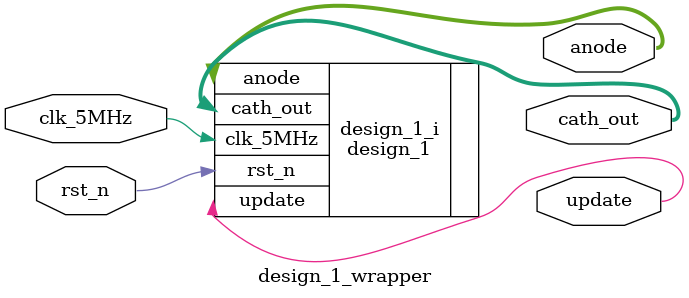
<source format=v>
`timescale 1 ps / 1 ps

module design_1_wrapper
   (anode,
    cath_out,
    clk_5MHz,
    rst_n,
    update);
  output [3:0]anode;
  output [6:0]cath_out;
  input clk_5MHz;
  input rst_n;
  output update;

  wire [3:0]anode;
  wire [6:0]cath_out;
  wire clk_5MHz;
  wire rst_n;
  wire update;

  design_1 design_1_i
       (.anode(anode),
        .cath_out(cath_out),
        .clk_5MHz(clk_5MHz),
        .rst_n(rst_n),
        .update(update));
endmodule

</source>
